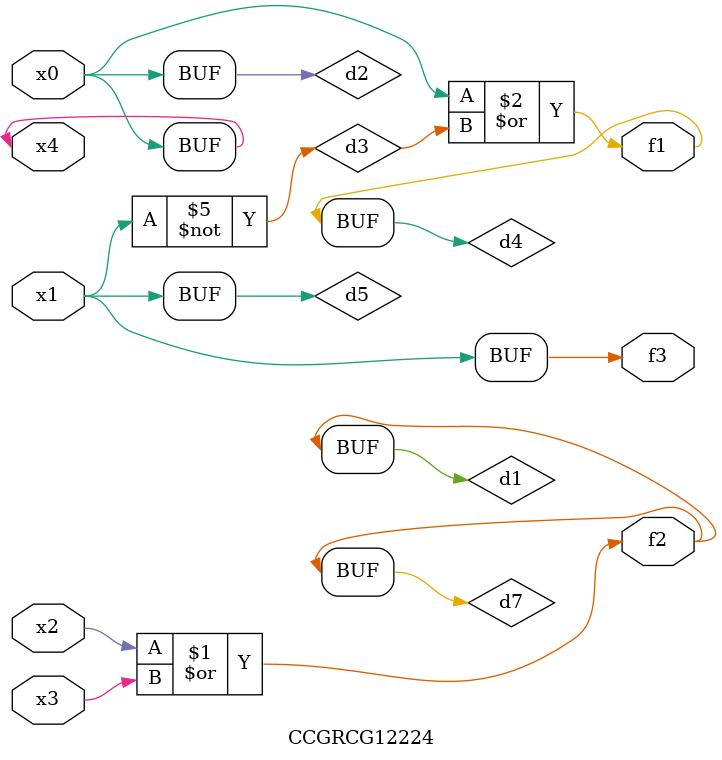
<source format=v>
module CCGRCG12224(
	input x0, x1, x2, x3, x4,
	output f1, f2, f3
);

	wire d1, d2, d3, d4, d5, d6, d7;

	or (d1, x2, x3);
	buf (d2, x0, x4);
	not (d3, x1);
	or (d4, d2, d3);
	not (d5, d3);
	nand (d6, d1, d3);
	or (d7, d1);
	assign f1 = d4;
	assign f2 = d7;
	assign f3 = d5;
endmodule

</source>
